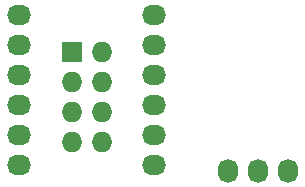
<source format=gbs>
G04 #@! TF.FileFunction,Soldermask,Bot*
%FSLAX46Y46*%
G04 Gerber Fmt 4.6, Leading zero omitted, Abs format (unit mm)*
G04 Created by KiCad (PCBNEW (2015-04-22 BZR 5620)-product) date 28/04/2015 22:04:39*
%MOMM*%
G01*
G04 APERTURE LIST*
%ADD10C,0.100000*%
%ADD11O,2.032000X1.727200*%
%ADD12O,1.727200X2.032000*%
%ADD13R,1.727200X1.727200*%
%ADD14O,1.727200X1.727200*%
G04 APERTURE END LIST*
D10*
D11*
X202565000Y-103632000D03*
X202565000Y-106172000D03*
X202565000Y-108712000D03*
X202565000Y-111252000D03*
X202565000Y-113792000D03*
X202565000Y-116332000D03*
X213995000Y-103632000D03*
X213995000Y-106172000D03*
X213995000Y-108712000D03*
X213995000Y-111252000D03*
X213995000Y-113792000D03*
X213995000Y-116332000D03*
D12*
X225298000Y-116840000D03*
X222758000Y-116840000D03*
X220218000Y-116840000D03*
D13*
X207010000Y-106807000D03*
D14*
X209550000Y-106807000D03*
X207010000Y-109347000D03*
X209550000Y-109347000D03*
X207010000Y-111887000D03*
X209550000Y-111887000D03*
X207010000Y-114427000D03*
X209550000Y-114427000D03*
M02*

</source>
